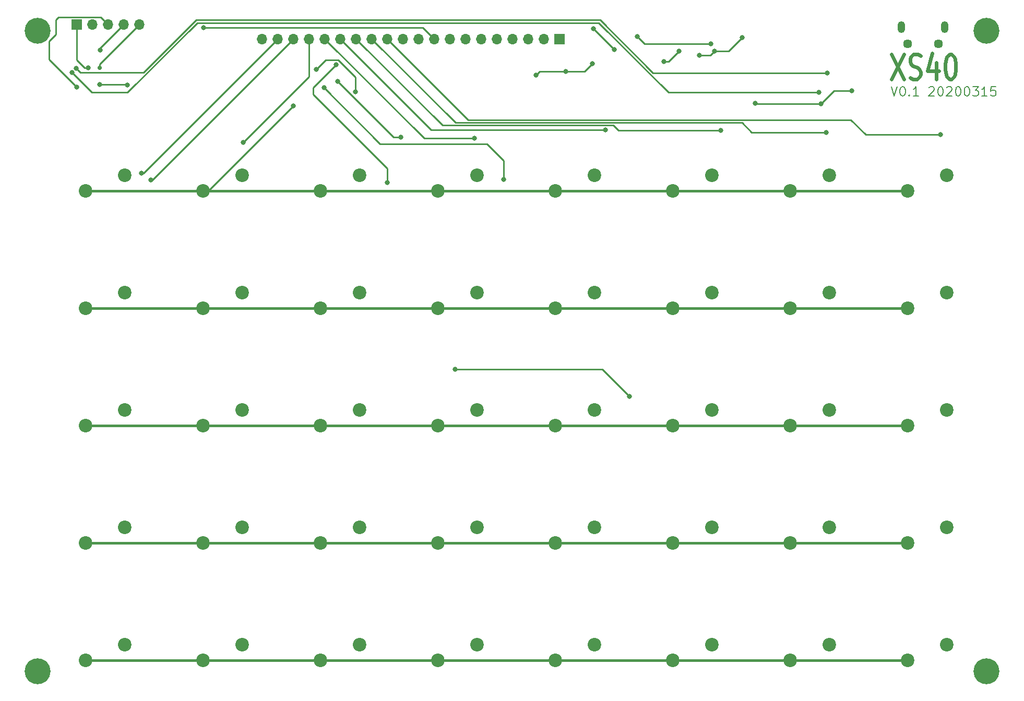
<source format=gbr>
G04 #@! TF.GenerationSoftware,KiCad,Pcbnew,(5.1.5)-3*
G04 #@! TF.CreationDate,2020-03-22T20:56:44+08:00*
G04 #@! TF.ProjectId,XS40,58533430-2e6b-4696-9361-645f70636258,rev?*
G04 #@! TF.SameCoordinates,Original*
G04 #@! TF.FileFunction,Copper,L1,Top*
G04 #@! TF.FilePolarity,Positive*
%FSLAX45Y45*%
G04 Gerber Fmt 4.5, Leading zero omitted, Abs format (unit mm)*
G04 Created by KiCad (PCBNEW (5.1.5)-3) date 2020-03-22 20:56:44*
%MOMM*%
%LPD*%
G04 APERTURE LIST*
%ADD10C,0.200000*%
%ADD11C,0.600000*%
%ADD12O,1.200000X1.900000*%
%ADD13C,1.450000*%
%ADD14O,1.700000X1.700000*%
%ADD15R,1.700000X1.700000*%
%ADD16C,2.200000*%
%ADD17C,4.200000*%
%ADD18C,0.800000*%
%ADD19C,0.700000*%
%ADD20C,0.250000*%
%ADD21C,0.400000*%
G04 APERTURE END LIST*
D10*
X16951813Y-5209693D02*
X17001813Y-5359693D01*
X17051813Y-5209693D01*
X17130385Y-5209693D02*
X17144670Y-5209693D01*
X17158956Y-5216836D01*
X17166099Y-5223979D01*
X17173242Y-5238265D01*
X17180385Y-5266836D01*
X17180385Y-5302550D01*
X17173242Y-5331122D01*
X17166099Y-5345407D01*
X17158956Y-5352550D01*
X17144670Y-5359693D01*
X17130385Y-5359693D01*
X17116099Y-5352550D01*
X17108956Y-5345407D01*
X17101813Y-5331122D01*
X17094670Y-5302550D01*
X17094670Y-5266836D01*
X17101813Y-5238265D01*
X17108956Y-5223979D01*
X17116099Y-5216836D01*
X17130385Y-5209693D01*
X17244670Y-5345407D02*
X17251813Y-5352550D01*
X17244670Y-5359693D01*
X17237527Y-5352550D01*
X17244670Y-5345407D01*
X17244670Y-5359693D01*
X17394670Y-5359693D02*
X17308956Y-5359693D01*
X17351813Y-5359693D02*
X17351813Y-5209693D01*
X17337527Y-5231122D01*
X17323242Y-5245407D01*
X17308956Y-5252550D01*
X17566099Y-5223979D02*
X17573242Y-5216836D01*
X17587527Y-5209693D01*
X17623242Y-5209693D01*
X17637527Y-5216836D01*
X17644670Y-5223979D01*
X17651813Y-5238265D01*
X17651813Y-5252550D01*
X17644670Y-5273979D01*
X17558956Y-5359693D01*
X17651813Y-5359693D01*
X17744670Y-5209693D02*
X17758956Y-5209693D01*
X17773242Y-5216836D01*
X17780385Y-5223979D01*
X17787527Y-5238265D01*
X17794670Y-5266836D01*
X17794670Y-5302550D01*
X17787527Y-5331122D01*
X17780385Y-5345407D01*
X17773242Y-5352550D01*
X17758956Y-5359693D01*
X17744670Y-5359693D01*
X17730385Y-5352550D01*
X17723242Y-5345407D01*
X17716099Y-5331122D01*
X17708956Y-5302550D01*
X17708956Y-5266836D01*
X17716099Y-5238265D01*
X17723242Y-5223979D01*
X17730385Y-5216836D01*
X17744670Y-5209693D01*
X17851813Y-5223979D02*
X17858956Y-5216836D01*
X17873242Y-5209693D01*
X17908956Y-5209693D01*
X17923242Y-5216836D01*
X17930385Y-5223979D01*
X17937527Y-5238265D01*
X17937527Y-5252550D01*
X17930385Y-5273979D01*
X17844670Y-5359693D01*
X17937527Y-5359693D01*
X18030385Y-5209693D02*
X18044670Y-5209693D01*
X18058956Y-5216836D01*
X18066099Y-5223979D01*
X18073242Y-5238265D01*
X18080385Y-5266836D01*
X18080385Y-5302550D01*
X18073242Y-5331122D01*
X18066099Y-5345407D01*
X18058956Y-5352550D01*
X18044670Y-5359693D01*
X18030385Y-5359693D01*
X18016099Y-5352550D01*
X18008956Y-5345407D01*
X18001813Y-5331122D01*
X17994670Y-5302550D01*
X17994670Y-5266836D01*
X18001813Y-5238265D01*
X18008956Y-5223979D01*
X18016099Y-5216836D01*
X18030385Y-5209693D01*
X18173242Y-5209693D02*
X18187527Y-5209693D01*
X18201813Y-5216836D01*
X18208956Y-5223979D01*
X18216099Y-5238265D01*
X18223242Y-5266836D01*
X18223242Y-5302550D01*
X18216099Y-5331122D01*
X18208956Y-5345407D01*
X18201813Y-5352550D01*
X18187527Y-5359693D01*
X18173242Y-5359693D01*
X18158956Y-5352550D01*
X18151813Y-5345407D01*
X18144670Y-5331122D01*
X18137527Y-5302550D01*
X18137527Y-5266836D01*
X18144670Y-5238265D01*
X18151813Y-5223979D01*
X18158956Y-5216836D01*
X18173242Y-5209693D01*
X18273242Y-5209693D02*
X18366099Y-5209693D01*
X18316099Y-5266836D01*
X18337527Y-5266836D01*
X18351813Y-5273979D01*
X18358956Y-5281122D01*
X18366099Y-5295407D01*
X18366099Y-5331122D01*
X18358956Y-5345407D01*
X18351813Y-5352550D01*
X18337527Y-5359693D01*
X18294670Y-5359693D01*
X18280385Y-5352550D01*
X18273242Y-5345407D01*
X18508956Y-5359693D02*
X18423242Y-5359693D01*
X18466099Y-5359693D02*
X18466099Y-5209693D01*
X18451813Y-5231122D01*
X18437527Y-5245407D01*
X18423242Y-5252550D01*
X18644670Y-5209693D02*
X18573242Y-5209693D01*
X18566099Y-5281122D01*
X18573242Y-5273979D01*
X18587527Y-5266836D01*
X18623242Y-5266836D01*
X18637527Y-5273979D01*
X18644670Y-5281122D01*
X18651813Y-5295407D01*
X18651813Y-5331122D01*
X18644670Y-5345407D01*
X18637527Y-5352550D01*
X18623242Y-5359693D01*
X18587527Y-5359693D01*
X18573242Y-5352550D01*
X18566099Y-5345407D01*
D11*
X16956789Y-4685692D02*
X17156789Y-5085692D01*
X17156789Y-4685692D02*
X16956789Y-5085692D01*
X17256789Y-5066645D02*
X17299646Y-5085692D01*
X17371074Y-5085692D01*
X17399646Y-5066645D01*
X17413931Y-5047597D01*
X17428217Y-5009502D01*
X17428217Y-4971407D01*
X17413931Y-4933311D01*
X17399646Y-4914264D01*
X17371074Y-4895216D01*
X17313931Y-4876169D01*
X17285360Y-4857121D01*
X17271074Y-4838073D01*
X17256789Y-4799978D01*
X17256789Y-4761883D01*
X17271074Y-4723788D01*
X17285360Y-4704740D01*
X17313931Y-4685692D01*
X17385360Y-4685692D01*
X17428217Y-4704740D01*
X17685360Y-4819026D02*
X17685360Y-5085692D01*
X17613931Y-4666645D02*
X17542503Y-4952359D01*
X17728217Y-4952359D01*
X17899646Y-4685692D02*
X17928217Y-4685692D01*
X17956789Y-4704740D01*
X17971074Y-4723788D01*
X17985360Y-4761883D01*
X17999646Y-4838073D01*
X17999646Y-4933311D01*
X17985360Y-5009502D01*
X17971074Y-5047597D01*
X17956789Y-5066645D01*
X17928217Y-5085692D01*
X17899646Y-5085692D01*
X17871074Y-5066645D01*
X17856789Y-5047597D01*
X17842503Y-5009502D01*
X17828217Y-4933311D01*
X17828217Y-4838073D01*
X17842503Y-4761883D01*
X17856789Y-4723788D01*
X17871074Y-4704740D01*
X17899646Y-4685692D01*
D12*
X17815040Y-4239970D03*
X17115040Y-4239970D03*
D13*
X17715040Y-4509970D03*
X17215040Y-4509970D03*
D14*
X4752340Y-4202176D03*
X4498340Y-4202176D03*
X4244340Y-4202176D03*
X3990340Y-4202176D03*
D15*
X3736340Y-4202176D03*
D14*
X6746240Y-4435348D03*
X7000240Y-4435348D03*
X7254240Y-4435348D03*
X7508240Y-4435348D03*
X7762240Y-4435348D03*
X8016240Y-4435348D03*
X8270240Y-4435348D03*
X8524240Y-4435348D03*
X8778240Y-4435348D03*
X9032240Y-4435348D03*
X9286240Y-4435348D03*
X9540240Y-4435348D03*
X9794240Y-4435348D03*
X10048240Y-4435348D03*
X10302240Y-4435348D03*
X10556240Y-4435348D03*
X10810240Y-4435348D03*
X11064240Y-4435348D03*
X11318240Y-4435348D03*
D15*
X11572240Y-4435348D03*
D16*
X4518660Y-6649720D03*
X3883660Y-6903720D03*
X5788660Y-6903720D03*
X6423660Y-6649720D03*
X8328660Y-6649720D03*
X7693660Y-6903720D03*
X10233660Y-6649720D03*
X9598660Y-6903720D03*
X12138660Y-6649720D03*
X11503660Y-6903720D03*
X13408660Y-6903720D03*
X14043660Y-6649720D03*
X15313660Y-6903720D03*
X15948660Y-6649720D03*
X17218660Y-6903720D03*
X17853660Y-6649720D03*
X3883660Y-8808720D03*
X4518660Y-8554720D03*
X6423660Y-8554720D03*
X5788660Y-8808720D03*
X8328660Y-8554720D03*
X7693660Y-8808720D03*
X10233660Y-8554720D03*
X9598660Y-8808720D03*
X12138660Y-8554720D03*
X11503660Y-8808720D03*
X13408660Y-8808720D03*
X14043660Y-8554720D03*
X15313660Y-8808720D03*
X15948660Y-8554720D03*
X17218660Y-8808720D03*
X17853660Y-8554720D03*
X4518660Y-10459720D03*
X3883660Y-10713720D03*
X5788660Y-10713720D03*
X6423660Y-10459720D03*
X8328660Y-10459720D03*
X7693660Y-10713720D03*
X10233660Y-10459720D03*
X9598660Y-10713720D03*
X12138660Y-10459720D03*
X11503660Y-10713720D03*
X13408660Y-10713720D03*
X14043660Y-10459720D03*
X15313660Y-10713720D03*
X15948660Y-10459720D03*
X17218660Y-10713720D03*
X17853660Y-10459720D03*
X3883660Y-12618720D03*
X4518660Y-12364720D03*
X6423660Y-12364720D03*
X5788660Y-12618720D03*
X8328660Y-12364720D03*
X7693660Y-12618720D03*
X10233660Y-12364720D03*
X9598660Y-12618720D03*
X12138660Y-12364720D03*
X11503660Y-12618720D03*
X13408660Y-12618720D03*
X14043660Y-12364720D03*
X15313660Y-12618720D03*
X15948660Y-12364720D03*
X17218660Y-12618720D03*
X17853660Y-12364720D03*
X4518660Y-14269720D03*
X3883660Y-14523720D03*
X5788660Y-14523720D03*
X6423660Y-14269720D03*
X8328660Y-14269720D03*
X7693660Y-14523720D03*
X10233660Y-14269720D03*
X9598660Y-14523720D03*
X12138660Y-14269720D03*
X11503660Y-14523720D03*
X13408660Y-14523720D03*
X14043660Y-14269720D03*
X15313660Y-14523720D03*
X15948660Y-14269720D03*
X17218660Y-14523720D03*
X17853660Y-14269720D03*
D17*
X3100000Y-4300000D03*
X18500000Y-14700000D03*
X3100000Y-14700000D03*
X18500000Y-4300000D03*
D18*
X15810992Y-5483352D03*
X16311372Y-5274056D03*
X16311372Y-5274056D03*
X14749780Y-5474716D03*
X11672824Y-4962652D03*
X12106148Y-4835144D03*
X11188192Y-5022088D03*
X13264388Y-4801108D03*
X13512800Y-4632452D03*
X13836396Y-4695952D03*
X14082776Y-4630420D03*
X14532356Y-4407916D03*
X3924300Y-4903868D03*
X4785660Y-6616400D03*
X4944872Y-6724396D03*
X6441776Y-6112936D03*
X10187514Y-6048674D03*
X12313666Y-5910326D03*
X14182852Y-5920232D03*
X4118480Y-4617720D03*
X15897606Y-5949950D03*
X17748332Y-5989492D03*
D19*
X4107688Y-4906264D03*
D18*
X7254748Y-5523992D03*
X8774176Y-6762496D03*
X7949141Y-4849325D03*
X3736340Y-5214112D03*
X5799328Y-4247388D03*
X7751064Y-5228336D03*
X10661396Y-6712204D03*
X7973060Y-5123180D03*
X8997696Y-6032500D03*
X9879584Y-9799320D03*
X12702540Y-10237216D03*
X4108196Y-5175504D03*
X4562348Y-5178044D03*
X7622032Y-4929632D03*
X8259572Y-5292852D03*
X12832080Y-4393184D03*
X14026896Y-4513072D03*
X12124944Y-4270756D03*
X12457176Y-4608068D03*
X3658880Y-4979140D03*
X15774924Y-5302504D03*
X3731440Y-4910328D03*
X15913608Y-4983016D03*
D20*
X16020288Y-5274056D02*
X15810992Y-5483352D01*
X16311372Y-5274056D02*
X16020288Y-5274056D01*
X15810992Y-5483352D02*
X14758416Y-5483352D01*
X14758416Y-5483352D02*
X14749780Y-5474716D01*
X11672824Y-4962652D02*
X11978640Y-4962652D01*
X11978640Y-4962652D02*
X12106148Y-4835144D01*
X11672824Y-4962652D02*
X11247628Y-4962652D01*
X11247628Y-4962652D02*
X11188192Y-5022088D01*
X13264388Y-4801108D02*
X13344144Y-4801108D01*
X13344144Y-4801108D02*
X13512800Y-4632452D01*
X13836396Y-4695952D02*
X14017244Y-4695952D01*
X14017244Y-4695952D02*
X14082776Y-4630420D01*
X14082776Y-4630420D02*
X14309852Y-4630420D01*
X14309852Y-4630420D02*
X14532356Y-4407916D01*
X3736340Y-4312176D02*
X3736340Y-4202176D01*
X3736340Y-4772477D02*
X3736340Y-4312176D01*
X3867731Y-4903868D02*
X3736340Y-4772477D01*
X3924300Y-4903868D02*
X3867731Y-4903868D01*
X4819188Y-6616400D02*
X4785660Y-6616400D01*
X7000240Y-4435348D02*
X4819188Y-6616400D01*
X7254240Y-4435348D02*
X4965192Y-6724396D01*
X4965192Y-6724396D02*
X4944872Y-6724396D01*
X7508240Y-5046472D02*
X6441776Y-6112936D01*
X7508240Y-4435348D02*
X7508240Y-5046472D01*
X7762240Y-4435348D02*
X9375566Y-6048674D01*
X9375566Y-6048674D02*
X10187514Y-6048674D01*
X9491218Y-5910326D02*
X12313666Y-5910326D01*
X8016240Y-4435348D02*
X9491218Y-5910326D01*
X9672718Y-5837826D02*
X12443350Y-5837826D01*
X8270240Y-4435348D02*
X9672718Y-5837826D01*
X12443350Y-5837826D02*
X12525756Y-5920232D01*
X12525756Y-5920232D02*
X14182852Y-5920232D01*
X4498340Y-4202176D02*
X4118480Y-4582036D01*
X4118480Y-4582036D02*
X4118480Y-4617720D01*
X9881717Y-5792825D02*
X14531441Y-5792825D01*
X8524240Y-4435348D02*
X9881717Y-5792825D01*
X14688566Y-5949950D02*
X15897606Y-5949950D01*
X14531441Y-5792825D02*
X14688566Y-5949950D01*
X10090716Y-5747824D02*
X16294920Y-5747824D01*
X8778240Y-4435348D02*
X10090716Y-5747824D01*
X16294920Y-5747824D02*
X16536588Y-5989492D01*
X16536588Y-5989492D02*
X17748332Y-5989492D01*
X4752340Y-4226704D02*
X4752340Y-4202176D01*
X4107688Y-4846828D02*
X4107688Y-4906264D01*
X4752340Y-4202176D02*
X4107688Y-4846828D01*
D21*
X3883660Y-6903720D02*
X17218660Y-6903720D01*
D20*
X5875020Y-6903720D02*
X5788660Y-6903720D01*
X7254748Y-5523992D02*
X5875020Y-6903720D01*
D21*
X3883660Y-8808720D02*
X17218660Y-8808720D01*
D20*
X8774176Y-6540336D02*
X7570724Y-5336884D01*
X8774176Y-6762496D02*
X8774176Y-6540336D01*
X7570724Y-5336884D02*
X7570724Y-5227743D01*
X7570724Y-5227743D02*
X7949141Y-4849325D01*
D21*
X3883660Y-10713720D02*
X17218660Y-10713720D01*
D20*
X3736340Y-5214112D02*
X3286760Y-4764532D01*
X3286760Y-4472140D02*
X3398520Y-4360380D01*
X3286760Y-4764532D02*
X3286760Y-4472140D01*
X4126840Y-4084676D02*
X4159340Y-4117176D01*
X4159340Y-4117176D02*
X4244340Y-4202176D01*
X3398520Y-4126992D02*
X3440836Y-4084676D01*
X3440836Y-4084676D02*
X4126840Y-4084676D01*
X3398520Y-4360380D02*
X3398520Y-4126992D01*
X9540240Y-4435348D02*
X9352280Y-4247388D01*
X9352280Y-4247388D02*
X5799328Y-4247388D01*
D21*
X3883660Y-12618720D02*
X17218660Y-12618720D01*
D20*
X7751064Y-5228336D02*
X8659876Y-6137148D01*
X8659876Y-6137148D02*
X10392156Y-6137148D01*
X10392156Y-6137148D02*
X10661396Y-6406388D01*
X10661396Y-6406388D02*
X10661396Y-6712204D01*
D21*
X6391660Y-14523720D02*
X17218660Y-14523720D01*
X3883660Y-14523720D02*
X6391660Y-14523720D01*
D20*
X7973060Y-5123180D02*
X8882380Y-6032500D01*
X8882380Y-6032500D02*
X8997696Y-6032500D01*
X9879584Y-9799320D02*
X12264644Y-9799320D01*
X12264644Y-9799320D02*
X12702540Y-10237216D01*
X4108196Y-5175504D02*
X4559808Y-5175504D01*
X4559808Y-5175504D02*
X4562348Y-5178044D01*
X7983941Y-4776825D02*
X8259572Y-5052456D01*
X8259572Y-5052456D02*
X8259572Y-5292852D01*
X7622032Y-4929632D02*
X7774839Y-4776825D01*
X7774839Y-4776825D02*
X7983941Y-4776825D01*
X12832080Y-4393184D02*
X12951968Y-4513072D01*
X12951968Y-4513072D02*
X14026896Y-4513072D01*
X12124944Y-4270756D02*
X12457176Y-4602988D01*
X12457176Y-4602988D02*
X12457176Y-4608068D01*
X3658880Y-4979140D02*
X3982244Y-5302504D01*
X3982244Y-5302504D02*
X4564013Y-5302504D01*
X4564013Y-5302504D02*
X5695540Y-4170977D01*
X5695540Y-4170977D02*
X12209936Y-4170977D01*
X13341463Y-5302504D02*
X15774924Y-5302504D01*
X12209936Y-4170977D02*
X13341463Y-5302504D01*
X3731440Y-4910328D02*
X3797480Y-4976368D01*
X15906960Y-4976368D02*
X15913608Y-4983016D01*
X3797480Y-4976368D02*
X4826508Y-4976368D01*
X4826508Y-4976368D02*
X5676900Y-4125976D01*
X5676900Y-4125976D02*
X12228576Y-4125976D01*
X13085616Y-4983016D02*
X15913608Y-4983016D01*
X12228576Y-4125976D02*
X13085616Y-4983016D01*
M02*

</source>
